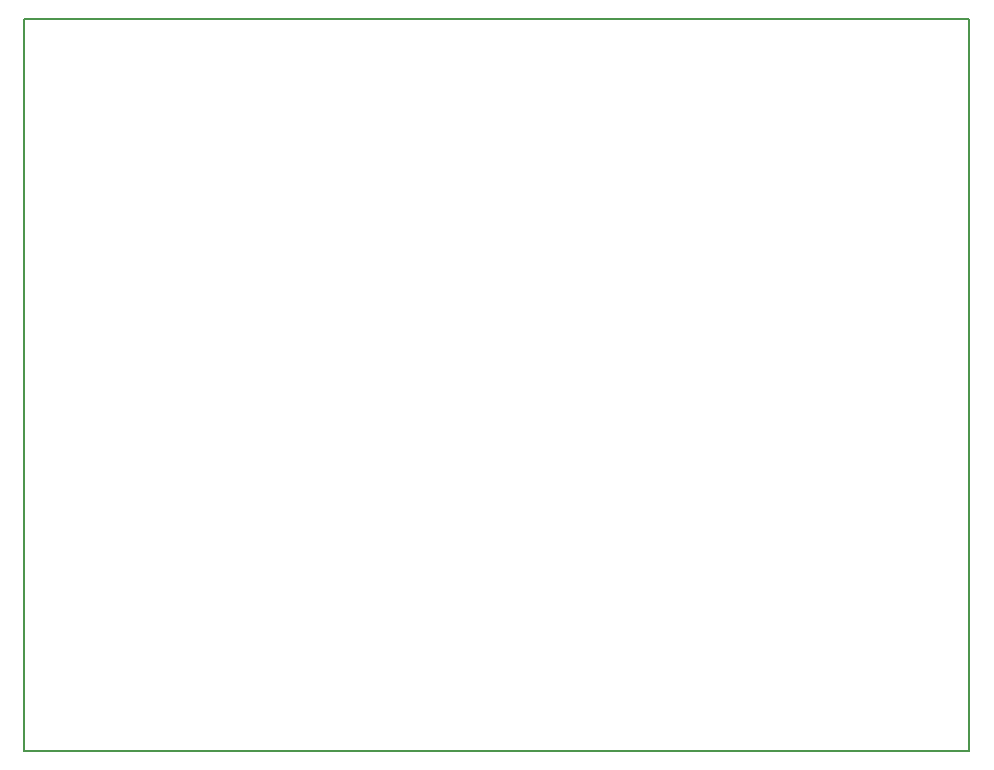
<source format=gbr>
G04 DipTrace 3.2.0.0*
G04 shoulder_mc_pcb_BoardOutline.gbr*
%MOMM*%
G04 #@! TF.FileFunction,Profile*
G04 #@! TF.Part,Single*
%ADD11C,0.14*%
%FSLAX35Y35*%
G04*
G71*
G90*
G75*
G01*
G04 BoardOutline*
%LPD*%
X0Y0D2*
D11*
X8000000D1*
Y6200000D1*
X0D1*
Y0D1*
M02*

</source>
